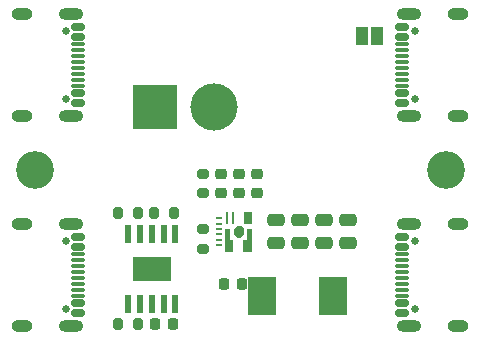
<source format=gbr>
%TF.GenerationSoftware,KiCad,Pcbnew,7.0.10*%
%TF.CreationDate,2024-02-21T00:47:17-06:00*%
%TF.ProjectId,Power-Module,506f7765-722d-44d6-9f64-756c652e6b69,rev?*%
%TF.SameCoordinates,Original*%
%TF.FileFunction,Soldermask,Top*%
%TF.FilePolarity,Negative*%
%FSLAX46Y46*%
G04 Gerber Fmt 4.6, Leading zero omitted, Abs format (unit mm)*
G04 Created by KiCad (PCBNEW 7.0.10) date 2024-02-21 00:47:17*
%MOMM*%
%LPD*%
G01*
G04 APERTURE LIST*
G04 Aperture macros list*
%AMRoundRect*
0 Rectangle with rounded corners*
0 $1 Rounding radius*
0 $2 $3 $4 $5 $6 $7 $8 $9 X,Y pos of 4 corners*
0 Add a 4 corners polygon primitive as box body*
4,1,4,$2,$3,$4,$5,$6,$7,$8,$9,$2,$3,0*
0 Add four circle primitives for the rounded corners*
1,1,$1+$1,$2,$3*
1,1,$1+$1,$4,$5*
1,1,$1+$1,$6,$7*
1,1,$1+$1,$8,$9*
0 Add four rect primitives between the rounded corners*
20,1,$1+$1,$2,$3,$4,$5,0*
20,1,$1+$1,$4,$5,$6,$7,0*
20,1,$1+$1,$6,$7,$8,$9,0*
20,1,$1+$1,$8,$9,$2,$3,0*%
%AMFreePoly0*
4,1,7,1.730000,-0.250000,0.800000,-0.250000,0.800000,-0.550000,-0.220000,-0.550000,-0.220000,0.150000,1.730000,0.150000,1.730000,-0.250000,1.730000,-0.250000,$1*%
%AMFreePoly1*
4,1,9,0.465000,0.195000,0.465000,-0.045000,0.165000,-0.345000,-0.325000,-0.345000,-0.635000,-0.045000,-0.635000,0.195000,-0.325000,0.505000,0.165000,0.505000,0.465000,0.195000,0.465000,0.195000,$1*%
%AMFreePoly2*
4,1,7,0.370000,0.275000,1.300000,0.275000,1.300000,-0.175000,-0.650000,-0.175000,-0.650000,0.575000,0.370000,0.575000,0.370000,0.275000,0.370000,0.275000,$1*%
G04 Aperture macros list end*
%ADD10C,4.000000*%
%ADD11R,3.800000X3.800000*%
%ADD12R,3.300000X2.100000*%
%ADD13R,0.600000X1.500000*%
%ADD14C,3.200000*%
%ADD15R,1.000000X1.500000*%
%ADD16RoundRect,0.200000X0.200000X0.275000X-0.200000X0.275000X-0.200000X-0.275000X0.200000X-0.275000X0*%
%ADD17R,2.400000X3.200000*%
%ADD18RoundRect,0.250000X0.475000X-0.250000X0.475000X0.250000X-0.475000X0.250000X-0.475000X-0.250000X0*%
%ADD19RoundRect,0.225000X-0.225000X-0.250000X0.225000X-0.250000X0.225000X0.250000X-0.225000X0.250000X0*%
%ADD20RoundRect,0.225000X0.250000X-0.225000X0.250000X0.225000X-0.250000X0.225000X-0.250000X-0.225000X0*%
%ADD21O,1.800000X1.000000*%
%ADD22O,2.100000X1.000000*%
%ADD23RoundRect,0.150000X-0.425000X0.150000X-0.425000X-0.150000X0.425000X-0.150000X0.425000X0.150000X0*%
%ADD24RoundRect,0.075000X-0.500000X0.075000X-0.500000X-0.075000X0.500000X-0.075000X0.500000X0.075000X0*%
%ADD25C,0.650000*%
%ADD26FreePoly0,90.000000*%
%ADD27FreePoly1,90.000000*%
%ADD28FreePoly2,90.000000*%
%ADD29R,0.750000X1.100000*%
%ADD30R,0.260000X1.100000*%
%ADD31R,0.600000X0.250000*%
%ADD32RoundRect,0.150000X0.425000X-0.150000X0.425000X0.150000X-0.425000X0.150000X-0.425000X-0.150000X0*%
%ADD33RoundRect,0.075000X0.500000X-0.075000X0.500000X0.075000X-0.500000X0.075000X-0.500000X-0.075000X0*%
%ADD34RoundRect,0.200000X0.275000X-0.200000X0.275000X0.200000X-0.275000X0.200000X-0.275000X-0.200000X0*%
%ADD35RoundRect,0.200000X-0.200000X-0.275000X0.200000X-0.275000X0.200000X0.275000X-0.200000X0.275000X0*%
G04 APERTURE END LIST*
D10*
%TO.C,J5*%
X144232000Y-84836000D03*
D11*
X139232000Y-84836000D03*
%TD*%
D12*
%TO.C,U1*%
X138938000Y-98552000D03*
D13*
X136938000Y-95552000D03*
X137938000Y-95552000D03*
X138938000Y-95552000D03*
X139938000Y-95552000D03*
X140938000Y-95552000D03*
X140938000Y-101552000D03*
X139938000Y-101552000D03*
X138938000Y-101552000D03*
X137938000Y-101552000D03*
X136938000Y-101552000D03*
%TD*%
D14*
%TO.C,H2*%
X163830000Y-90170000D03*
%TD*%
%TO.C,H1*%
X129032000Y-90170000D03*
%TD*%
D15*
%TO.C,JP1*%
X156703000Y-78867000D03*
X158003000Y-78867000D03*
%TD*%
D16*
%TO.C,R1*%
X137731000Y-93853000D03*
X136081000Y-93853000D03*
%TD*%
D17*
%TO.C,L1*%
X148257000Y-100838000D03*
X154257000Y-100838000D03*
%TD*%
D18*
%TO.C,C7*%
X151511000Y-96327000D03*
X151511000Y-94427000D03*
%TD*%
D19*
%TO.C,C5*%
X146571000Y-99822000D03*
X145021000Y-99822000D03*
%TD*%
D20*
%TO.C,C2*%
X147828000Y-92088000D03*
X147828000Y-90538000D03*
%TD*%
D21*
%TO.C,J2*%
X127957000Y-85600000D03*
D22*
X132137000Y-85600000D03*
D21*
X127957000Y-76960000D03*
D22*
X132137000Y-76960000D03*
D23*
X132712000Y-78080000D03*
X132712000Y-78880000D03*
D24*
X132712000Y-79530000D03*
X132712000Y-80530000D03*
X132712000Y-82030000D03*
X132712000Y-83030000D03*
D23*
X132712000Y-83680000D03*
X132712000Y-84480000D03*
X132712000Y-84480000D03*
X132712000Y-83680000D03*
D24*
X132712000Y-82530000D03*
X132712000Y-81530000D03*
X132712000Y-81030000D03*
X132712000Y-80030000D03*
D23*
X132712000Y-78880000D03*
X132712000Y-78080000D03*
D25*
X131637000Y-84170000D03*
X131637000Y-78390000D03*
%TD*%
D26*
%TO.C,U2*%
X145346000Y-96874000D03*
D27*
X146371000Y-95299000D03*
D28*
X147221000Y-96424000D03*
D29*
X147046000Y-94234000D03*
D30*
X145796000Y-94234000D03*
X145346000Y-94234000D03*
D31*
X144646000Y-94264000D03*
X144646000Y-94714000D03*
X144646000Y-95164000D03*
X144646000Y-95614000D03*
X144646000Y-96064000D03*
X144646000Y-96514000D03*
%TD*%
D25*
%TO.C,J3*%
X161225000Y-84170000D03*
X161225000Y-78390000D03*
D32*
X160150000Y-84480000D03*
X160150000Y-83680000D03*
D33*
X160150000Y-82530000D03*
X160150000Y-81530000D03*
X160150000Y-81030000D03*
X160150000Y-80030000D03*
D32*
X160150000Y-78880000D03*
X160150000Y-78080000D03*
X160150000Y-78080000D03*
X160150000Y-78880000D03*
D33*
X160150000Y-79530000D03*
X160150000Y-80530000D03*
X160150000Y-82030000D03*
X160150000Y-83030000D03*
D32*
X160150000Y-83680000D03*
X160150000Y-84480000D03*
D22*
X160725000Y-85600000D03*
D21*
X164905000Y-85600000D03*
D22*
X160725000Y-76960000D03*
D21*
X164905000Y-76960000D03*
%TD*%
D20*
%TO.C,C3*%
X146304000Y-92101000D03*
X146304000Y-90551000D03*
%TD*%
D18*
%TO.C,C8*%
X153543000Y-96327000D03*
X153543000Y-94427000D03*
%TD*%
D34*
%TO.C,R7*%
X143256000Y-90488000D03*
X143256000Y-92138000D03*
%TD*%
D25*
%TO.C,J4*%
X161225000Y-101950000D03*
X161225000Y-96170000D03*
D32*
X160150000Y-102260000D03*
X160150000Y-101460000D03*
D33*
X160150000Y-100310000D03*
X160150000Y-99310000D03*
X160150000Y-98810000D03*
X160150000Y-97810000D03*
D32*
X160150000Y-96660000D03*
X160150000Y-95860000D03*
X160150000Y-95860000D03*
X160150000Y-96660000D03*
D33*
X160150000Y-97310000D03*
X160150000Y-98310000D03*
X160150000Y-99810000D03*
X160150000Y-100810000D03*
D32*
X160150000Y-101460000D03*
X160150000Y-102260000D03*
D22*
X160725000Y-103380000D03*
D21*
X164905000Y-103380000D03*
D22*
X160725000Y-94740000D03*
D21*
X164905000Y-94740000D03*
%TD*%
D34*
%TO.C,R6*%
X143256000Y-96837000D03*
X143256000Y-95187000D03*
%TD*%
D20*
%TO.C,C4*%
X144780000Y-92088000D03*
X144780000Y-90538000D03*
%TD*%
D18*
%TO.C,C9*%
X155575000Y-96327000D03*
X155575000Y-94427000D03*
%TD*%
D16*
%TO.C,R3*%
X140779000Y-93853000D03*
X139129000Y-93853000D03*
%TD*%
D18*
%TO.C,C6*%
X149479000Y-96327000D03*
X149479000Y-94427000D03*
%TD*%
D25*
%TO.C,J1*%
X131637000Y-96170000D03*
X131637000Y-101950000D03*
D23*
X132712000Y-95860000D03*
X132712000Y-96660000D03*
D24*
X132712000Y-97810000D03*
X132712000Y-98810000D03*
X132712000Y-99310000D03*
X132712000Y-100310000D03*
D23*
X132712000Y-101460000D03*
X132712000Y-102260000D03*
X132712000Y-102260000D03*
X132712000Y-101460000D03*
D24*
X132712000Y-100810000D03*
X132712000Y-99810000D03*
X132712000Y-98310000D03*
X132712000Y-97310000D03*
D23*
X132712000Y-96660000D03*
X132712000Y-95860000D03*
D22*
X132137000Y-94740000D03*
D21*
X127957000Y-94740000D03*
D22*
X132137000Y-103380000D03*
D21*
X127957000Y-103380000D03*
%TD*%
D35*
%TO.C,R2*%
X136081000Y-103251000D03*
X137731000Y-103251000D03*
%TD*%
D19*
%TO.C,C1*%
X139179000Y-103251000D03*
X140729000Y-103251000D03*
%TD*%
M02*

</source>
